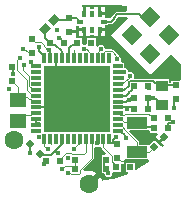
<source format=gtl>
G04*
G04 #@! TF.GenerationSoftware,Altium Limited,Altium Designer,20.0.13 (296)*
G04*
G04 Layer_Physical_Order=1*
G04 Layer_Color=255*
%FSLAX25Y25*%
%MOIN*%
G70*
G01*
G75*
%ADD14P,0.06960X4X90.0*%
%ADD15R,0.02165X0.02165*%
%ADD16R,0.01575X0.02362*%
%ADD17R,0.02362X0.01575*%
%ADD18R,0.22441X0.22441*%
%ADD19R,0.01181X0.03347*%
%ADD20R,0.03347X0.01181*%
%ADD21R,0.02165X0.02165*%
%ADD22P,0.03062X4X180.0*%
%ADD23P,0.03062X4X90.0*%
%ADD24R,0.05709X0.04528*%
G04:AMPARAMS|DCode=25|XSize=29.53mil|YSize=23.62mil|CornerRadius=0mil|HoleSize=0mil|Usage=FLASHONLY|Rotation=45.000|XOffset=0mil|YOffset=0mil|HoleType=Round|Shape=Rectangle|*
%AMROTATEDRECTD25*
4,1,4,-0.00209,-0.01879,-0.01879,-0.00209,0.00209,0.01879,0.01879,0.00209,-0.00209,-0.01879,0.0*
%
%ADD25ROTATEDRECTD25*%

%ADD26R,0.07087X0.03937*%
%ADD27R,0.03937X0.03543*%
%ADD43C,0.00800*%
%ADD44C,0.00400*%
%ADD45C,0.00600*%
%ADD46C,0.01772*%
%ADD47C,0.06299*%
G36*
X48943Y18053D02*
X49217Y17566D01*
Y17017D01*
X51723D01*
X51972Y16417D01*
X51181Y15626D01*
X52300Y14507D01*
X53773Y15980D01*
X54480Y15273D01*
X53007Y13800D01*
X53951Y12857D01*
X53548Y12319D01*
X52895Y12449D01*
X50874Y14470D01*
X49231Y12828D01*
X48943Y12947D01*
Y12947D01*
X45649D01*
Y14000D01*
X45459Y14459D01*
X42420Y17498D01*
X42650Y18053D01*
X48943D01*
D02*
G37*
G36*
X33025Y12360D02*
X33209Y12230D01*
Y12142D01*
X33399Y11682D01*
X34866Y10216D01*
X34513Y9730D01*
X34201Y9792D01*
X33889Y9730D01*
X33624Y9553D01*
X33561Y9459D01*
X33218D01*
Y6494D01*
Y3541D01*
X34155D01*
X34189Y3500D01*
X34289Y2998D01*
X34573Y2573D01*
X34998Y2289D01*
X35500Y2189D01*
X36002Y2289D01*
X36427Y2573D01*
X36711Y2998D01*
X36801Y3452D01*
X36811Y3500D01*
X37320Y4017D01*
X39683D01*
Y6617D01*
X40583D01*
Y7906D01*
X41057Y8210D01*
X48760D01*
X49022Y7643D01*
X48364Y7073D01*
X45777Y5277D01*
X44799Y4743D01*
X44283Y5049D01*
Y6983D01*
X41317D01*
Y4017D01*
X42048D01*
X42167Y3417D01*
X40104Y2562D01*
X37082Y1675D01*
X33982Y1116D01*
X33247Y1063D01*
X33238Y1135D01*
X32799Y2194D01*
X32655Y2382D01*
X29636Y-636D01*
X28364Y636D01*
X31382Y3655D01*
X31194Y3799D01*
X30136Y4238D01*
X29000Y4387D01*
X27865Y4238D01*
X27636Y4143D01*
X26995Y4527D01*
X26964Y4841D01*
X30380Y8257D01*
X30571Y8717D01*
Y12052D01*
X31171Y12372D01*
X31296Y12289D01*
X31798Y12189D01*
X32299Y12289D01*
X32609Y12496D01*
X33025Y12360D01*
D02*
G37*
G36*
X41630Y57870D02*
X41400Y57316D01*
X38437D01*
X38125Y57254D01*
X37860Y57077D01*
X37860Y57077D01*
X36641Y55858D01*
X36465Y55593D01*
X36427Y55404D01*
X36118Y55176D01*
X35518Y55187D01*
Y55187D01*
X34347D01*
Y56197D01*
X32559D01*
Y56697D01*
X32059D01*
Y58878D01*
X30772D01*
Y58278D01*
X29228D01*
Y58878D01*
X27941D01*
Y56697D01*
X26941D01*
Y58878D01*
X26854D01*
X26822Y59478D01*
X28741Y59684D01*
X30316D01*
X30316Y59684D01*
X39816Y59684D01*
X41630Y57870D01*
D02*
G37*
G36*
X41990Y55130D02*
X36666Y49806D01*
X36540Y49500D01*
X36666Y49194D01*
X49194Y36666D01*
X49500Y36540D01*
X49806Y36666D01*
X56320Y43180D01*
X59693Y39806D01*
X59693Y34795D01*
X59483Y34283D01*
X56517D01*
Y33514D01*
X55869D01*
Y34821D01*
X51131D01*
X51131Y34821D01*
X50729Y34942D01*
X50455Y34996D01*
X44307D01*
X44153Y35180D01*
X43930Y35596D01*
X44006Y35978D01*
X43906Y36480D01*
X43622Y36905D01*
X43196Y37189D01*
X42695Y37289D01*
X42646Y37279D01*
X42131Y37353D01*
X41994Y37715D01*
X41964Y37865D01*
X41680Y38290D01*
X41255Y38574D01*
X40753Y38674D01*
X40656Y38754D01*
Y40235D01*
X39918D01*
X39602Y40835D01*
X39711Y40998D01*
X39811Y41500D01*
X39711Y42002D01*
X39427Y42427D01*
X39050Y42679D01*
X38959Y42898D01*
X37125Y44732D01*
X36666Y44923D01*
X34876D01*
X34339Y45012D01*
X34200Y45477D01*
X34191Y45522D01*
X33907Y45947D01*
X33482Y46231D01*
X32980Y46331D01*
X32478Y46231D01*
X32053Y45947D01*
X31883Y45692D01*
X31283Y45874D01*
Y48483D01*
X28317D01*
Y46623D01*
X27717Y46226D01*
X27495Y46270D01*
X27283Y46228D01*
X26683Y46629D01*
Y48483D01*
X25127D01*
X24583Y48617D01*
Y50200D01*
X22500D01*
Y51200D01*
X24583D01*
X24583Y52502D01*
X25183Y52744D01*
X25654Y52517D01*
Y51803D01*
X27441D01*
Y51303D01*
X27941D01*
Y49122D01*
X29228D01*
Y49722D01*
X30772D01*
Y49122D01*
X32059D01*
Y51303D01*
X32559D01*
Y51803D01*
X34347D01*
Y52813D01*
X35518D01*
Y53184D01*
X36331D01*
X36331Y53184D01*
X36643Y53246D01*
X36908Y53423D01*
X37795Y54311D01*
X37795Y54311D01*
X37972Y54575D01*
X38034Y54887D01*
Y54943D01*
X38775Y55684D01*
X41761D01*
X41990Y55130D01*
D02*
G37*
%LPC*%
G36*
X34347Y58878D02*
X33059D01*
Y57197D01*
X34347D01*
Y58878D01*
D02*
G37*
G36*
Y50803D02*
X33059D01*
Y49122D01*
X34347D01*
Y50803D01*
D02*
G37*
G36*
X26941D02*
X25654D01*
Y49122D01*
X26941D01*
Y50803D01*
D02*
G37*
%LPD*%
D14*
X49500Y55764D02*
D03*
X43236Y49500D02*
D03*
X55764D02*
D03*
X49500Y43236D02*
D03*
D15*
X38200Y5500D02*
D03*
X42800D02*
D03*
X14700Y7500D02*
D03*
X19300D02*
D03*
X50700Y22000D02*
D03*
X55300D02*
D03*
X48800Y32500D02*
D03*
X44200D02*
D03*
X29800Y47000D02*
D03*
X25200D02*
D03*
X55300Y18500D02*
D03*
X50700D02*
D03*
X48800Y28500D02*
D03*
X44200D02*
D03*
X48800Y25000D02*
D03*
X44200D02*
D03*
X34701Y7976D02*
D03*
Y5024D02*
D03*
X24268D02*
D03*
Y7976D02*
D03*
X20800Y47000D02*
D03*
X16200D02*
D03*
D16*
X27441Y56697D02*
D03*
X30000D02*
D03*
X32559D02*
D03*
X27441Y51303D02*
D03*
X30000D02*
D03*
X32559D02*
D03*
D17*
X33937Y54000D02*
D03*
X26063D02*
D03*
D18*
X25000Y28417D02*
D03*
D19*
X35827Y14835D02*
D03*
X33858D02*
D03*
X31890D02*
D03*
X29921D02*
D03*
X27953D02*
D03*
X25984D02*
D03*
X24016D02*
D03*
X22047D02*
D03*
X20079D02*
D03*
X18110D02*
D03*
X16142D02*
D03*
X14173D02*
D03*
Y42000D02*
D03*
X16142D02*
D03*
X18110D02*
D03*
X20079D02*
D03*
X22047D02*
D03*
X24016D02*
D03*
X25984D02*
D03*
X27953D02*
D03*
X29921D02*
D03*
X31890D02*
D03*
X33858D02*
D03*
X35827D02*
D03*
D20*
X11417Y17591D02*
D03*
Y19559D02*
D03*
Y21528D02*
D03*
Y23496D02*
D03*
Y25465D02*
D03*
Y27433D02*
D03*
Y29402D02*
D03*
Y31370D02*
D03*
Y33339D02*
D03*
Y35307D02*
D03*
Y37276D02*
D03*
Y39244D02*
D03*
X38583D02*
D03*
Y37276D02*
D03*
Y35307D02*
D03*
Y33339D02*
D03*
Y31370D02*
D03*
Y29402D02*
D03*
Y27433D02*
D03*
Y25465D02*
D03*
Y23496D02*
D03*
Y21528D02*
D03*
Y19559D02*
D03*
Y17591D02*
D03*
D21*
X10000Y43700D02*
D03*
Y48300D02*
D03*
X38500Y8700D02*
D03*
Y13300D02*
D03*
X58000Y28200D02*
D03*
Y32800D02*
D03*
X3500Y38800D02*
D03*
Y34200D02*
D03*
X22500Y55300D02*
D03*
Y50700D02*
D03*
D22*
X9374Y13126D02*
D03*
X12626Y9874D02*
D03*
D23*
X54126Y15626D02*
D03*
X50874Y12374D02*
D03*
D24*
X5500Y20957D02*
D03*
Y28043D02*
D03*
D25*
X14469Y51469D02*
D03*
X17531Y54531D02*
D03*
D26*
X45000Y20421D02*
D03*
Y10579D02*
D03*
D27*
X53500Y26350D02*
D03*
Y32650D02*
D03*
D43*
X14260Y50155D02*
X14469Y49947D01*
Y48731D02*
Y49947D01*
Y48731D02*
X16200Y47000D01*
X14260Y50155D02*
Y51260D01*
X14469Y51469D01*
X15707Y44285D02*
Y44548D01*
X12385Y44316D02*
Y45498D01*
X37000Y14500D02*
X38000Y15500D01*
X38583Y19449D02*
X39329D01*
X3665Y36734D02*
X3830Y36568D01*
X19000Y48500D02*
X19300D01*
X20800Y47000D01*
X19000Y48500D02*
X19644D01*
X37000Y13649D02*
X37651D01*
X36186D02*
X37000D01*
X41036Y15541D02*
Y16221D01*
X37756Y17591D02*
X37947Y17400D01*
X37000Y13649D02*
Y14500D01*
X41036Y15541D02*
X41221Y15355D01*
X37947Y17400D02*
X39856D01*
X41036Y16221D01*
X27441Y56697D02*
Y57091D01*
X27054Y57478D02*
X27441Y57091D01*
X9374Y10258D02*
Y13126D01*
Y10258D02*
X9500Y10131D01*
X16200Y47000D02*
X16821Y46379D01*
X14469Y50827D02*
Y51469D01*
X56814Y20314D02*
X57000Y20500D01*
X54617Y17817D02*
X55300Y18500D01*
Y20250D01*
X56127Y20314D02*
X56814D01*
X56063Y20250D02*
X56127Y20314D01*
X55300Y20250D02*
X56063D01*
X48821Y28479D02*
X50437D01*
X57664Y28536D02*
X58000Y28200D01*
X48800Y28500D02*
X48821Y28479D01*
X50437D02*
X50458Y28458D01*
X57516Y25431D02*
Y27716D01*
X58000Y28200D01*
X12359Y19559D02*
X12370Y19549D01*
X12168Y19749D02*
X12359Y19559D01*
X11417Y19831D02*
Y21528D01*
X12359Y19559D02*
X12361D01*
X11417D02*
X12359D01*
X12370Y19549D02*
X12372D01*
X12168Y19749D02*
Y19831D01*
X12361Y19559D02*
X12372Y19549D01*
X10500Y19500D02*
X10559Y19559D01*
X11417D01*
X12626Y9695D02*
X16375D01*
X17448Y10768D02*
X19888Y13209D01*
X16375Y9695D02*
X17448Y10768D01*
X18021D02*
X18618Y10171D01*
X17448Y10768D02*
X18021D01*
X15951Y42191D02*
X16142Y42000D01*
X15951Y42191D02*
Y44040D01*
X15707Y44285D02*
X15951Y44040D01*
X24620Y46420D02*
X25200Y47000D01*
X50500Y28314D02*
X51340D01*
X21844Y50700D02*
X22500D01*
X17920Y40917D02*
Y42000D01*
X11417Y25465D02*
X21220D01*
X10591D02*
X11417D01*
X22238Y42191D02*
Y45141D01*
X22047Y42000D02*
X22238Y42191D01*
Y45141D02*
X23517Y46420D01*
X24620D01*
X48800Y25500D02*
Y28500D01*
X53303Y26350D02*
X53500D01*
X51340Y28314D02*
X53303Y26350D01*
X3665Y36734D02*
Y38635D01*
X3500Y38800D02*
X3665Y38635D01*
X44087Y32696D02*
X44200Y32583D01*
Y32500D02*
Y32583D01*
X21940Y54740D02*
X22500Y55300D01*
X17740Y54740D02*
X21940D01*
X22500Y55300D02*
X24763D01*
X25282Y54781D01*
Y54387D02*
Y54781D01*
Y54387D02*
X25669Y54000D01*
X26063D01*
X17531Y54531D02*
X17740Y54740D01*
X36331Y54000D02*
X37218Y54887D01*
X33937Y54000D02*
X36331D01*
X19888Y13209D02*
Y14685D01*
X14165Y6465D02*
X14465D01*
X14500Y6500D01*
X15500Y31500D02*
Y35619D01*
X15390Y35730D02*
X15500Y35619D01*
X21899Y8601D02*
Y8626D01*
X17841Y46379D02*
X19969Y44251D01*
X16821Y46379D02*
X17841D01*
X37218Y55281D02*
X38437Y56500D01*
X47458Y54764D02*
X48500D01*
X45722Y56500D02*
X47458Y54764D01*
X38437Y56500D02*
X45722D01*
X37218Y54887D02*
Y55281D01*
X34201Y6024D02*
Y8976D01*
X9551Y40449D02*
Y40551D01*
Y40449D02*
X10500Y39500D01*
X19969Y42110D02*
Y44251D01*
Y42110D02*
X20079Y42000D01*
X17920Y40917D02*
X18110Y40727D01*
Y34480D02*
Y40727D01*
Y34480D02*
X24173Y28417D01*
X13673Y42327D02*
X14024Y42677D01*
X12385Y44316D02*
X14024Y42677D01*
Y42677D02*
Y42677D01*
X46421Y19000D02*
X50700D01*
X45000Y20421D02*
X46421Y19000D01*
X21220Y25465D02*
X24173Y28417D01*
X37651Y13649D02*
X38000Y13300D01*
X36180Y13654D02*
X36186Y13649D01*
D44*
X14071Y45832D02*
X14737Y45166D01*
X14071Y45832D02*
Y46196D01*
X13083Y47184D02*
X14071Y46196D01*
X11116Y47184D02*
X13083D01*
X7000Y39420D02*
X7232Y39652D01*
X7145Y45000D02*
X7500D01*
X10000Y48300D02*
X11116Y47184D01*
X7000Y38000D02*
Y39420D01*
X40443Y18781D02*
X40505D01*
X39665Y19559D02*
X40443Y18781D01*
X38583Y19559D02*
X39665D01*
X40505Y18781D02*
X40856Y18430D01*
Y18144D02*
Y18430D01*
Y18144D02*
X41347Y17653D01*
X41347D01*
X45000Y14000D01*
X8344Y31166D02*
X9718Y29792D01*
X11027D01*
X8344Y31166D02*
Y34656D01*
X11027Y29792D02*
X11417Y29402D01*
X9752Y43948D02*
X10000Y43700D01*
X8552Y43948D02*
X9752D01*
X7500Y45000D02*
X8552Y43948D01*
X14737Y44831D02*
X15364Y44205D01*
X24000Y41500D02*
Y44484D01*
X16049Y13563D02*
Y15000D01*
X15049Y11897D02*
X15279Y11667D01*
X45609Y7132D02*
Y7391D01*
X45500Y7500D02*
X45609Y7391D01*
X38500Y8700D02*
X39700Y7500D01*
X45500D01*
X37336Y6364D02*
X38200Y5500D01*
X37336Y6364D02*
Y6850D01*
X36817Y7369D02*
X37336Y6850D01*
X36817Y7369D02*
Y9183D01*
X33858Y12142D02*
X36817Y9183D01*
X33858Y12142D02*
Y14835D01*
X24000Y44484D02*
X24008Y44492D01*
Y42008D02*
X24016Y42000D01*
X24008Y42008D02*
Y44492D01*
X45000Y10579D02*
Y14000D01*
X5500Y29043D02*
X5543Y29000D01*
X5500Y29043D02*
Y32200D01*
Y28043D02*
Y29043D01*
X3500Y34200D02*
X5500Y32200D01*
X5183Y37817D02*
Y41183D01*
Y37817D02*
X8344Y34656D01*
X9557Y28211D02*
X10335Y27433D01*
X9158Y28211D02*
X9557D01*
X5543Y29000D02*
X8369D01*
X9158Y28211D01*
X38659Y33339D02*
X39049Y33729D01*
X40722Y33804D02*
X42695Y35776D01*
X40290Y33804D02*
X40722D01*
X39049Y33729D02*
X40216D01*
X42695Y35776D02*
Y35978D01*
X40216Y33729D02*
X40290Y33804D01*
X21987Y3500D02*
X22777D01*
X21980Y3492D02*
X21987Y3500D01*
X25951Y4746D02*
X29921Y8717D01*
X25951Y3692D02*
Y4746D01*
X25599Y3341D02*
X25951Y3692D01*
X22937Y3341D02*
X25599D01*
X22777Y3500D02*
X22937Y3341D01*
X24268Y5024D02*
Y7976D01*
X35500Y3500D02*
Y3539D01*
X35039Y4000D02*
X35500Y3539D01*
X34701Y4338D02*
X35039Y4000D01*
X34701Y4338D02*
Y5024D01*
X14173Y12717D02*
Y14835D01*
Y12717D02*
X14993Y11897D01*
X15049D01*
X16049Y13563D02*
X16232Y13381D01*
X10335Y27433D02*
X11417D01*
X20183Y8383D02*
Y9011D01*
X21284Y10112D01*
X23119D01*
X19300Y7500D02*
X20183Y8383D01*
X23119Y10112D02*
X23254Y9976D01*
X34132Y44039D02*
X34366Y44273D01*
X33858Y42000D02*
X34132Y42273D01*
Y44039D01*
X34366Y44273D02*
X36666D01*
X38500Y41500D02*
Y42439D01*
X36666Y44273D02*
X38500Y42439D01*
X31999Y44039D02*
X32980Y45020D01*
X31999Y42109D02*
Y44039D01*
X31890Y42000D02*
X31999Y42109D01*
X38583Y35307D02*
X40089D01*
X38583Y37276D02*
X38626Y37319D01*
X40709D02*
X40753Y37363D01*
X38626Y37319D02*
X40709D01*
X40089Y35307D02*
X40107Y35289D01*
X29921Y8717D02*
Y14835D01*
X20097Y5000D02*
X21120Y6024D01*
X27953Y10500D02*
Y14835D01*
X27429Y9976D02*
X27953Y10500D01*
X23254Y9976D02*
X27429D01*
X42500Y27999D02*
Y28000D01*
X29531Y42391D02*
X29921Y42000D01*
X29531Y42391D02*
Y43534D01*
X29143Y43921D02*
X29531Y43534D01*
X29143Y43921D02*
Y43922D01*
X28792Y44273D02*
X29143Y43922D01*
X28791Y44273D02*
X28792D01*
X28287Y44778D02*
X28791Y44273D01*
X27676Y44778D02*
X28287D01*
X27495Y44959D02*
X27676Y44778D01*
X24000Y11500D02*
Y12044D01*
X24169Y11875D01*
X25984Y13752D02*
Y14835D01*
X25594Y13361D02*
X25984Y13752D01*
X25486Y13361D02*
X25594D01*
X25206Y13082D02*
X25486Y13361D01*
X25206Y12913D02*
Y13082D01*
X24169Y11875D02*
X25206Y12913D01*
X9144Y32500D02*
Y35856D01*
Y32500D02*
X9496Y32148D01*
X10335Y31370D02*
X11417D01*
X9944Y31761D02*
X10335Y31370D01*
X9944Y31761D02*
Y31914D01*
X9710Y32148D02*
X9944Y31914D01*
X9496Y32148D02*
X9710D01*
X7000Y38000D02*
X9144Y35856D01*
X6000Y42000D02*
Y42000D01*
X5183Y41183D02*
X6000Y42000D01*
X4500Y22957D02*
X9795D01*
X10335Y23496D01*
X11417D01*
X14737Y44831D02*
Y45166D01*
X45000Y10579D02*
X49079D01*
X50874Y12374D01*
X21120Y6024D02*
X23768D01*
X40854Y22918D02*
X41125Y23190D01*
X48875D02*
X49252Y22813D01*
X38839Y23496D02*
X39417Y22918D01*
X37756Y23496D02*
X38839D01*
X49252Y22813D02*
X50387D01*
X39417Y22918D02*
X40854D01*
X50387Y22813D02*
X50700Y22500D01*
X41125Y23190D02*
X48875D01*
X53338Y32650D02*
X53500D01*
X37756Y21528D02*
X37803Y21481D01*
X39795D01*
X40591Y20685D01*
X44236D02*
X44500Y20421D01*
X40591Y20685D02*
X44236D01*
D45*
X38583Y29402D02*
X41402D01*
X42217Y33931D02*
X42569Y34283D01*
X42217Y32717D02*
Y33931D01*
X50455Y34283D02*
X50983Y33755D01*
X42569Y34283D02*
X50455D01*
X50983Y33755D02*
X52394D01*
X43417Y31717D02*
X44200Y32500D01*
X52394Y33755D02*
X53500Y32650D01*
X41586Y27586D02*
X42569Y28569D01*
X41805Y25500D02*
X44200D01*
X41805Y24906D02*
Y25500D01*
X37791D02*
X41805D01*
X40870Y31370D02*
X42217Y32717D01*
X42745Y30983D02*
X42983D01*
X42217Y30455D02*
X42745Y30983D01*
X43417Y31417D02*
Y31717D01*
X42983Y30983D02*
X43417Y31417D01*
X42217Y30217D02*
Y30455D01*
X41402Y29402D02*
X42217Y30217D01*
X53338Y32650D02*
X53489Y32800D01*
X58000D01*
X37756Y31370D02*
X40870D01*
X37756Y27433D02*
X41433D01*
X43769Y28569D02*
X44200Y29000D01*
X42569Y28569D02*
X43769D01*
D46*
X18494Y51221D02*
D03*
X15707Y44548D02*
D03*
X7232Y39652D02*
D03*
X7145Y45000D02*
D03*
X12385Y45498D02*
D03*
X38000Y15500D02*
D03*
X19000Y38000D02*
D03*
X22000Y15500D02*
D03*
X3830Y36568D02*
D03*
X2402Y31570D02*
D03*
X36046Y48623D02*
D03*
X37985Y46616D02*
D03*
X39756Y44293D02*
D03*
X19000Y48500D02*
D03*
X57000Y20500D02*
D03*
X49165Y31965D02*
D03*
X48165Y14465D02*
D03*
X17500Y18500D02*
D03*
X29165Y34965D02*
D03*
X33000Y35000D02*
D03*
X28665Y29465D02*
D03*
X25500Y35000D02*
D03*
X15665Y32465D02*
D03*
X19665Y27465D02*
D03*
X34665Y18465D02*
D03*
X17665Y21965D02*
D03*
X39000Y54132D02*
D03*
X9500Y10131D02*
D03*
X41000Y58631D02*
D03*
X36500D02*
D03*
Y51631D02*
D03*
X42000Y41631D02*
D03*
X44000Y39500D02*
D03*
X46219Y37150D02*
D03*
X58500Y39132D02*
D03*
X52000Y37132D02*
D03*
X56500Y36500D02*
D03*
X55000Y40000D02*
D03*
X50458Y28458D02*
D03*
X12168Y19831D02*
D03*
X18618Y10171D02*
D03*
X38000Y3131D02*
D03*
X38568Y29342D02*
D03*
X12279Y15667D02*
D03*
X16049Y15000D02*
D03*
X18030Y15890D02*
D03*
X15279Y11667D02*
D03*
X45609Y7132D02*
D03*
X24000Y41500D02*
D03*
X25131Y47069D02*
D03*
X41221Y15355D02*
D03*
X21980Y3492D02*
D03*
X31798Y13500D02*
D03*
X35500Y3500D02*
D03*
X14165Y6465D02*
D03*
X57516Y25431D02*
D03*
X21899Y8626D02*
D03*
X38500Y41500D02*
D03*
X32980Y45020D02*
D03*
X42695Y35978D02*
D03*
X40753Y37363D02*
D03*
X40107Y35289D02*
D03*
X20097Y5000D02*
D03*
X42500Y28000D02*
D03*
X41805Y24906D02*
D03*
X27495Y44959D02*
D03*
X24000Y11500D02*
D03*
X9551Y40551D02*
D03*
X6000Y42000D02*
D03*
D47*
X29000Y0D02*
D03*
X4000Y14500D02*
D03*
M02*

</source>
